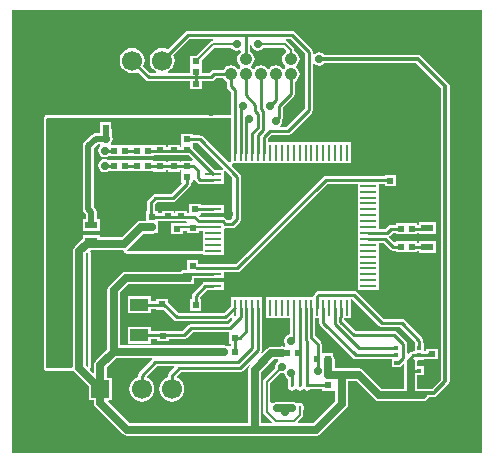
<source format=gtl>
G04*
G04 #@! TF.GenerationSoftware,Altium Limited,Altium Designer,18.0.12 (696)*
G04*
G04 Layer_Physical_Order=1*
G04 Layer_Color=128*
%FSAX24Y24*%
%MOIN*%
G70*
G01*
G75*
%ADD17R,0.0236X0.0197*%
%ADD18R,0.0110X0.0540*%
%ADD19R,0.0540X0.0110*%
%ADD20R,0.0197X0.0236*%
%ADD21R,0.0394X0.0236*%
%ADD23R,0.0138X0.0138*%
%ADD24R,0.0610X0.0394*%
%ADD41O,0.0098X0.0197*%
%ADD42R,0.0531X0.0256*%
%ADD43C,0.0100*%
%ADD44C,0.0200*%
%ADD45C,0.0080*%
%ADD46C,0.0120*%
%ADD47C,0.0250*%
%ADD48R,0.0591X0.0591*%
%ADD49C,0.0591*%
%ADD50C,0.0669*%
%ADD51R,0.0669X0.0669*%
%ADD52C,0.0420*%
%ADD53C,0.0280*%
G36*
X038079Y023271D02*
X022400Y023271D01*
X022400Y038021D01*
X038079Y038021D01*
X038079Y023271D01*
D02*
G37*
%LPC*%
G36*
X031750Y037333D02*
X028263D01*
X028213Y037322D01*
X028170Y037294D01*
X027598Y036722D01*
X027522Y036754D01*
X027413Y036768D01*
X027305Y036754D01*
X027204Y036712D01*
X027118Y036646D01*
X027051Y036559D01*
X027009Y036458D01*
X026995Y036350D01*
X027009Y036242D01*
X027051Y036141D01*
X027118Y036054D01*
X027204Y035988D01*
X027217Y035983D01*
X027207Y035933D01*
X027018D01*
X026786Y036165D01*
X026817Y036242D01*
X026832Y036350D01*
X026817Y036458D01*
X026776Y036559D01*
X026709Y036646D01*
X026623Y036712D01*
X026522Y036754D01*
X026413Y036768D01*
X026305Y036754D01*
X026204Y036712D01*
X026118Y036646D01*
X026051Y036559D01*
X026009Y036458D01*
X025995Y036350D01*
X026009Y036242D01*
X026051Y036141D01*
X026118Y036054D01*
X026204Y035988D01*
X026305Y035946D01*
X026413Y035932D01*
X026522Y035946D01*
X026598Y035978D01*
X026870Y035706D01*
X026913Y035678D01*
X026963Y035667D01*
X028352D01*
Y035399D01*
X028748D01*
Y035667D01*
X029050D01*
X029101Y035678D01*
X029144Y035706D01*
X029205Y035767D01*
X029441D01*
X029447Y035754D01*
X029493Y035693D01*
X029554Y035647D01*
X029567Y035641D01*
Y035500D01*
X029578Y035449D01*
X029606Y035406D01*
X029697Y035315D01*
Y034532D01*
X029147D01*
X029139Y034530D01*
X029131D01*
X029123Y034527D01*
X029115Y034525D01*
X029109Y034521D01*
X029107Y034520D01*
X029050Y034509D01*
X028993Y034520D01*
X028991Y034521D01*
X028985Y034525D01*
X028977Y034527D01*
X028969Y034530D01*
X028961D01*
X028953Y034532D01*
X023550Y034532D01*
X023519Y034525D01*
X023492Y034508D01*
X023475Y034481D01*
X023468Y034450D01*
X023468Y030989D01*
X023468Y026100D01*
X023475Y026069D01*
X023492Y026042D01*
X023519Y026025D01*
X023550Y026018D01*
X024391Y026018D01*
X024391Y026018D01*
X024406Y026021D01*
X024430Y026021D01*
X024469Y026002D01*
X024502Y025952D01*
X024975Y025480D01*
Y025025D01*
X025141D01*
Y024950D01*
X025141Y024950D01*
X025157Y024870D01*
X025202Y024802D01*
X026102Y023902D01*
X026102Y023902D01*
X026170Y023857D01*
X026250Y023841D01*
X031423D01*
X031500Y023826D01*
X031577Y023841D01*
X032550D01*
X032550Y023841D01*
X032630Y023857D01*
X032698Y023902D01*
X033548Y024752D01*
X033548Y024752D01*
X033593Y024820D01*
X033609Y024900D01*
X033609Y024900D01*
Y025668D01*
X033886D01*
X034502Y025052D01*
X034502Y025052D01*
X034570Y025007D01*
X034650Y024991D01*
X036100D01*
X036180Y025007D01*
X036248Y025052D01*
X036293Y025120D01*
X036295Y025127D01*
X036466D01*
X036466Y025127D01*
X036521Y025138D01*
X036567Y025169D01*
X036951Y025553D01*
X036951Y025553D01*
X036982Y025599D01*
X036993Y025654D01*
X036993Y025654D01*
Y035500D01*
X036993Y035500D01*
X036982Y035555D01*
X036951Y035601D01*
X036951Y035601D01*
X036051Y036501D01*
X036005Y036532D01*
X035950Y036543D01*
X035950Y036543D01*
X032819D01*
X032809Y036559D01*
X032736Y036607D01*
X032650Y036624D01*
X032564Y036607D01*
X032491Y036559D01*
X032483Y036545D01*
X032433Y036561D01*
Y036650D01*
X032422Y036701D01*
X032394Y036744D01*
X031844Y037294D01*
X031801Y037322D01*
X031750Y037333D01*
D02*
G37*
%LPD*%
G36*
X036707Y035441D02*
Y025713D01*
X036407Y025413D01*
X036170D01*
X036170Y025413D01*
X036126Y025404D01*
X036100Y025409D01*
X035909D01*
Y025867D01*
X036133D01*
Y026165D01*
X035909D01*
Y026300D01*
X035901Y026340D01*
X035933Y026379D01*
X036133D01*
Y026395D01*
X036202D01*
Y026394D01*
X036280D01*
X036316Y026387D01*
X036416D01*
X036452Y026394D01*
X036598D01*
Y026751D01*
X036202D01*
Y026660D01*
X036133D01*
Y026933D01*
X036116D01*
Y027016D01*
X036106Y027067D01*
X036078Y027110D01*
X035494Y027694D01*
X035451Y027722D01*
X035400Y027733D01*
X034805D01*
X033894Y028644D01*
X033851Y028672D01*
X033800Y028683D01*
X032650D01*
X032599Y028672D01*
X032556Y028644D01*
X032492Y028580D01*
X032463Y028537D01*
X032453Y028486D01*
Y028465D01*
X030876D01*
Y027765D01*
X031676D01*
Y027220D01*
X031614Y027207D01*
X031541Y027159D01*
X031493Y027086D01*
X031476Y027000D01*
X031493Y026914D01*
X031518Y026877D01*
X031502Y026816D01*
X031486Y026807D01*
X031400Y026824D01*
X031323Y026809D01*
X031050D01*
X030970Y026793D01*
X030902Y026748D01*
X030902Y026748D01*
X030757Y026603D01*
X030719Y026635D01*
X030740Y026667D01*
X030750Y026717D01*
Y027765D01*
X030752D01*
Y028465D01*
X029695D01*
Y028167D01*
X029460Y027933D01*
X027955D01*
X027598Y028289D01*
Y028401D01*
X027202D01*
Y028344D01*
X027035D01*
Y028489D01*
X026265D01*
Y027935D01*
X027035D01*
Y028079D01*
X027202D01*
Y028044D01*
X027468D01*
X027806Y027706D01*
X027849Y027678D01*
X027900Y027667D01*
X029515D01*
X029566Y027678D01*
X029609Y027706D01*
X029651Y027749D01*
X029695Y027765D01*
X029727Y027757D01*
X029744Y027708D01*
X029607Y027571D01*
X028388D01*
X028337Y027561D01*
X028294Y027532D01*
X028083Y027321D01*
X027648D01*
Y027351D01*
X027252D01*
Y027321D01*
X027035D01*
Y027465D01*
X026265D01*
Y026911D01*
X027035D01*
Y027056D01*
X027252D01*
Y026994D01*
X027648D01*
Y027056D01*
X028138D01*
X028189Y027066D01*
X028232Y027094D01*
X028443Y027306D01*
X029602D01*
X029649Y027298D01*
X029649Y027261D01*
Y026902D01*
X029695D01*
Y026848D01*
X029528D01*
X029473Y026859D01*
X026009D01*
Y028613D01*
X026287Y028891D01*
X028277D01*
X028316Y028899D01*
X028475D01*
Y029045D01*
X028484Y029091D01*
X028765D01*
Y029089D01*
X029465D01*
Y029288D01*
X029920D01*
X029971Y029298D01*
X030014Y029327D01*
X032928Y032241D01*
X033935D01*
Y031845D01*
Y031451D01*
Y031057D01*
Y030663D01*
Y030270D01*
Y029876D01*
Y029482D01*
Y029089D01*
Y028695D01*
X034635D01*
Y029089D01*
Y029482D01*
Y029876D01*
Y030272D01*
X034790D01*
X035006Y030056D01*
X035049Y030028D01*
X035100Y030017D01*
X035194D01*
Y029952D01*
X035906D01*
Y030017D01*
X035973D01*
Y029927D01*
X036527D01*
Y030324D01*
X035973D01*
Y030283D01*
X035906D01*
Y030348D01*
X035194D01*
Y030308D01*
X035144Y030293D01*
X034984Y030454D01*
X034989Y030503D01*
X034995Y030508D01*
X035105Y030617D01*
X035194D01*
Y030552D01*
X035906D01*
Y030617D01*
X035973D01*
Y030576D01*
X036527D01*
Y030973D01*
X035973D01*
Y030883D01*
X035906D01*
Y030948D01*
X035194D01*
Y030883D01*
X035050D01*
X034999Y030872D01*
X034956Y030844D01*
X034847Y030734D01*
X034635D01*
Y031057D01*
Y031451D01*
Y031845D01*
Y032241D01*
X034844D01*
Y032152D01*
X035201D01*
Y032548D01*
X034844D01*
Y032506D01*
X034635D01*
Y032508D01*
X033935D01*
Y032506D01*
X032873D01*
X032822Y032496D01*
X032780Y032467D01*
X029866Y029553D01*
X029465D01*
Y029555D01*
X028765D01*
Y029553D01*
X028606D01*
Y029698D01*
X028249D01*
Y029356D01*
X028100D01*
X028049Y029346D01*
X028006Y029317D01*
X028001Y029309D01*
X026200D01*
X026120Y029293D01*
X026052Y029248D01*
X026052Y029248D01*
X025652Y028848D01*
X025607Y028780D01*
X025591Y028700D01*
X025591Y028700D01*
Y026737D01*
X025202Y026348D01*
X025157Y026280D01*
X025141Y026200D01*
X025141Y026200D01*
Y025970D01*
X025095Y025951D01*
X024998Y026047D01*
X024997Y026061D01*
X025008Y026109D01*
X025025Y026135D01*
X025032Y026166D01*
X025032Y029939D01*
X025025Y029970D01*
X025012Y029991D01*
X025018Y030016D01*
X025031Y030041D01*
X025704D01*
X025713Y030039D01*
X025713Y030039D01*
X026122D01*
X026127Y029992D01*
X026130Y029981D01*
X026132Y029969D01*
X026135Y029965D01*
X026136Y029962D01*
X026143Y029952D01*
X026150Y029942D01*
X026153Y029940D01*
X026156Y029937D01*
X026167Y029931D01*
X026176Y029925D01*
X026180Y029924D01*
X026184Y029922D01*
X026196Y029921D01*
X026208Y029918D01*
X028765Y029918D01*
Y029876D01*
X029465D01*
Y030270D01*
Y030728D01*
X029515Y030769D01*
X029522Y030767D01*
X029750D01*
X029801Y030778D01*
X029844Y030806D01*
X030014Y030976D01*
X030042Y031019D01*
X030053Y031070D01*
Y032480D01*
X030042Y032531D01*
X030014Y032574D01*
X029743Y032844D01*
X029741Y032858D01*
X029753Y032906D01*
X029770Y032932D01*
X029771Y032935D01*
X033705D01*
Y033635D01*
X030947D01*
Y033759D01*
X031055Y033867D01*
X031600D01*
X031651Y033878D01*
X031694Y033906D01*
X032394Y034606D01*
X032422Y034649D01*
X032433Y034700D01*
Y036239D01*
X032483Y036255D01*
X032491Y036241D01*
X032564Y036193D01*
X032650Y036176D01*
X032736Y036193D01*
X032809Y036241D01*
X032819Y036257D01*
X035891D01*
X036707Y035441D01*
D02*
G37*
G36*
X030393Y036814D02*
X030441Y036741D01*
X030514Y036693D01*
X030600Y036676D01*
X030686Y036693D01*
X030759Y036741D01*
X030783Y036778D01*
X031449D01*
X031532Y036695D01*
X031525Y036631D01*
X031493Y036607D01*
X031447Y036546D01*
X031417Y036476D01*
X031407Y036400D01*
X031417Y036324D01*
X031447Y036254D01*
X031493Y036193D01*
X031517Y036175D01*
Y036125D01*
X031493Y036107D01*
X031475Y036083D01*
X031425D01*
X031407Y036107D01*
X031346Y036153D01*
X031276Y036183D01*
X031200Y036193D01*
X031124Y036183D01*
X031054Y036153D01*
X030993Y036107D01*
X030975Y036083D01*
X030925D01*
X030907Y036107D01*
X030846Y036153D01*
X030776Y036183D01*
X030700Y036193D01*
X030624Y036183D01*
X030554Y036153D01*
X030493Y036107D01*
X030475Y036083D01*
X030425D01*
X030407Y036107D01*
X030383Y036125D01*
Y036175D01*
X030407Y036193D01*
X030453Y036254D01*
X030483Y036324D01*
X030493Y036400D01*
X030483Y036476D01*
X030453Y036546D01*
X030407Y036607D01*
X030346Y036653D01*
X030333Y036659D01*
Y036861D01*
X030383Y036866D01*
X030393Y036814D01*
D02*
G37*
G36*
X029741Y036741D02*
X029814Y036693D01*
X029900Y036676D01*
X029986Y036693D01*
X029993Y036698D01*
X030016Y036692D01*
X030044Y036671D01*
X030042Y036644D01*
X029993Y036607D01*
X029947Y036546D01*
X029917Y036476D01*
X029907Y036400D01*
X029917Y036324D01*
X029947Y036254D01*
X029993Y036193D01*
X030017Y036175D01*
Y036125D01*
X029993Y036107D01*
X029975Y036083D01*
X029925D01*
X029907Y036107D01*
X029846Y036153D01*
X029776Y036183D01*
X029700Y036193D01*
X029624Y036183D01*
X029554Y036153D01*
X029493Y036107D01*
X029447Y036046D01*
X029441Y036033D01*
X029150D01*
X029099Y036022D01*
X029056Y035994D01*
X028995Y035933D01*
X028748D01*
Y036352D01*
X029174Y036778D01*
X029717D01*
X029741Y036741D01*
D02*
G37*
G36*
X029098Y037017D02*
X029076Y037013D01*
X029036Y036987D01*
X028555Y036506D01*
X028352D01*
Y036149D01*
Y035933D01*
X027620D01*
X027610Y035983D01*
X027622Y035988D01*
X027709Y036054D01*
X027776Y036141D01*
X027817Y036242D01*
X027832Y036350D01*
X027817Y036458D01*
X027786Y036535D01*
X028318Y037067D01*
X029093D01*
X029098Y037017D01*
D02*
G37*
G36*
X032167Y036595D02*
Y034755D01*
X031545Y034133D01*
X031361D01*
X031345Y034183D01*
X031359Y034191D01*
X031407Y034264D01*
X031424Y034350D01*
X031416Y034390D01*
X031422Y034399D01*
X031433Y034450D01*
Y034795D01*
X031794Y035156D01*
X031822Y035199D01*
X031833Y035250D01*
Y035641D01*
X031846Y035647D01*
X031907Y035693D01*
X031953Y035754D01*
X031983Y035824D01*
X031993Y035900D01*
X031983Y035976D01*
X031953Y036046D01*
X031907Y036107D01*
X031883Y036125D01*
Y036175D01*
X031907Y036193D01*
X031953Y036254D01*
X031983Y036324D01*
X031993Y036400D01*
X031983Y036476D01*
X031953Y036546D01*
X031907Y036607D01*
X031846Y036653D01*
X031822Y036663D01*
Y036700D01*
X031813Y036747D01*
X031787Y036787D01*
X031587Y036987D01*
X031547Y037013D01*
X031525Y037017D01*
X031530Y037067D01*
X031695D01*
X032167Y036595D01*
D02*
G37*
G36*
X028953Y034450D02*
X028960Y034446D01*
X028960Y034446D01*
X028964Y034443D01*
X029050Y034426D01*
X029136Y034443D01*
X029140Y034446D01*
X029140Y034446D01*
X029147Y034450D01*
X029697D01*
Y033635D01*
X029695D01*
Y032966D01*
X029694Y032964D01*
X029650Y032953D01*
X029634Y032954D01*
X029632Y032955D01*
X028767Y033821D01*
X028724Y033850D01*
X028673Y033860D01*
X028448D01*
Y033906D01*
X028052D01*
Y033483D01*
X027998D01*
Y033551D01*
X027602D01*
Y033483D01*
X027548D01*
Y033551D01*
X027154D01*
X027152Y033551D01*
Y033551D01*
X027106Y033548D01*
Y033548D01*
X026394D01*
Y033548D01*
X026356D01*
Y033548D01*
X025734D01*
X025721Y033571D01*
X025713Y033598D01*
X025757Y033664D01*
X025774Y033750D01*
X025757Y033836D01*
X025734Y033871D01*
Y034051D01*
X025720Y034122D01*
X025706Y034142D01*
Y034299D01*
X025349D01*
Y033934D01*
X025200D01*
X025130Y033920D01*
X025070Y033880D01*
X024820Y033630D01*
X024780Y033570D01*
X024766Y033500D01*
Y031400D01*
X024780Y031330D01*
X024820Y031270D01*
X024866Y031224D01*
Y031082D01*
X024773D01*
Y030685D01*
X025327D01*
Y031082D01*
X025234D01*
Y031300D01*
X025220Y031370D01*
X025180Y031430D01*
X025134Y031476D01*
Y033424D01*
X025276Y033566D01*
X025338D01*
X025353Y033516D01*
X025341Y033509D01*
X025293Y033436D01*
X025276Y033350D01*
X025293Y033264D01*
X025341Y033191D01*
X025414Y033143D01*
X025500Y033126D01*
X025586Y033143D01*
X025619Y033165D01*
X025644Y033152D01*
Y033152D01*
X026356D01*
Y033152D01*
X026394D01*
Y033152D01*
X027106D01*
Y033185D01*
X027152Y033194D01*
Y033194D01*
X027548D01*
Y033217D01*
X027602D01*
Y033194D01*
X027998D01*
Y033217D01*
X028052D01*
Y033194D01*
X028303D01*
X028442Y033056D01*
X028421Y033006D01*
X028052D01*
Y032983D01*
X027998D01*
Y033006D01*
X027602D01*
Y032983D01*
X027548D01*
Y033006D01*
X027152D01*
Y033006D01*
X027106Y033015D01*
Y033048D01*
X026394D01*
Y033048D01*
X026356D01*
Y033048D01*
X025644D01*
Y033048D01*
X025619Y033035D01*
X025586Y033057D01*
X025500Y033074D01*
X025414Y033057D01*
X025341Y033009D01*
X025293Y032936D01*
X025276Y032850D01*
X025293Y032764D01*
X025341Y032691D01*
X025414Y032643D01*
X025500Y032626D01*
X025586Y032643D01*
X025619Y032665D01*
X025644Y032652D01*
Y032652D01*
X026356D01*
Y032652D01*
X026394D01*
Y032652D01*
X027106D01*
Y032652D01*
X027152Y032649D01*
Y032649D01*
X027154Y032649D01*
X027548D01*
Y032717D01*
X027602D01*
Y032649D01*
X027998D01*
Y032717D01*
X028052D01*
Y032294D01*
X028052D01*
X028068Y032255D01*
X027715Y031903D01*
X027188D01*
X027137Y031892D01*
X027094Y031864D01*
X026936Y031706D01*
X026908Y031663D01*
X026897Y031612D01*
Y031326D01*
X026881D01*
Y031003D01*
X026694D01*
X026694Y031003D01*
X026614Y030987D01*
X026546Y030941D01*
X026062Y030457D01*
X025721D01*
X025712Y030459D01*
X025712Y030459D01*
X025327D01*
Y030530D01*
X024773D01*
Y030412D01*
X024752Y030398D01*
X024752Y030398D01*
X024502Y030148D01*
X024457Y030080D01*
X024441Y030000D01*
X024441Y030000D01*
Y026150D01*
X024391Y026100D01*
X023550Y026100D01*
X023550Y031329D01*
X023550Y034403D01*
X023597Y034450D01*
X028953Y034450D01*
D02*
G37*
G36*
X029457Y032755D02*
X029437Y032705D01*
X029167D01*
X028448Y033424D01*
Y033595D01*
X028618D01*
X029457Y032755D01*
D02*
G37*
G36*
X029750Y032463D02*
X029750Y031087D01*
X029695Y031033D01*
X029577D01*
X029521Y031089D01*
X029478Y031118D01*
X029465Y031120D01*
Y031130D01*
X028765D01*
Y031128D01*
X028687D01*
X028644Y031171D01*
X028663Y031217D01*
X028698D01*
Y031256D01*
X028765D01*
Y031254D01*
X029465D01*
Y031524D01*
X028765D01*
Y031522D01*
X028698D01*
Y031574D01*
X028302D01*
Y031283D01*
X028248D01*
Y031351D01*
X027852D01*
Y031283D01*
X027798D01*
Y031351D01*
X027402D01*
Y031283D01*
X027277D01*
Y031326D01*
X027163D01*
Y031557D01*
X027243Y031637D01*
X027770D01*
X027821Y031648D01*
X027864Y031676D01*
X028344Y032156D01*
X028372Y032199D01*
X028383Y032250D01*
X028396Y032294D01*
X028448D01*
Y032353D01*
X028498Y032368D01*
X028506Y032356D01*
X028583Y032280D01*
X028626Y032251D01*
X028677Y032241D01*
X028765D01*
Y032238D01*
X029465D01*
Y032677D01*
X029515Y032698D01*
X029750Y032463D01*
D02*
G37*
G36*
X027852Y030994D02*
X028200D01*
X028232Y030947D01*
X028227Y030934D01*
X028213Y030921D01*
X028098D01*
Y030928D01*
X027702D01*
Y030572D01*
X028098D01*
Y030676D01*
X028252D01*
Y030599D01*
X028648D01*
Y030676D01*
X028765D01*
Y030467D01*
Y030000D01*
X028073D01*
X026258Y030000D01*
X026249Y030012D01*
X026261Y030077D01*
X026296Y030100D01*
X026780Y030585D01*
X027079D01*
X027159Y030600D01*
X027181Y030615D01*
X027277D01*
Y030739D01*
X027288Y030794D01*
X027277Y030848D01*
Y031017D01*
X027402D01*
Y030994D01*
X027798D01*
Y031017D01*
X027852D01*
Y030994D01*
D02*
G37*
G36*
X034656Y027506D02*
X034699Y027478D01*
X034750Y027467D01*
X035345D01*
X035831Y026981D01*
X035835Y026933D01*
X035835D01*
Y026660D01*
X035778D01*
X035727Y026650D01*
X035684Y026622D01*
X035633Y026570D01*
X035583Y026591D01*
Y026900D01*
X035572Y026951D01*
X035544Y026994D01*
X035244Y027294D01*
X035201Y027322D01*
X035150Y027333D01*
X033859D01*
X033489Y027703D01*
Y027765D01*
X033705D01*
Y028393D01*
X033755Y028407D01*
X034656Y027506D01*
D02*
G37*
G36*
X024950Y029939D02*
X024950Y026166D01*
X024900Y026146D01*
X024859Y026187D01*
Y029913D01*
X024904Y029958D01*
X024950Y029939D01*
D02*
G37*
G36*
X031493Y025864D02*
X031541Y025791D01*
X031612Y025745D01*
Y025524D01*
X031612Y025520D01*
Y025475D01*
X031622Y025424D01*
X031651Y025382D01*
X031694Y025353D01*
X031744Y025343D01*
X031795Y025353D01*
X031837Y025382D01*
X031842Y025389D01*
X031902D01*
X031907Y025382D01*
X031950Y025353D01*
X032000Y025343D01*
X032050Y025353D01*
X032093Y025382D01*
X032098Y025389D01*
X032158D01*
X032163Y025382D01*
X032205Y025353D01*
X032256Y025343D01*
X032306Y025353D01*
X032349Y025382D01*
X032356Y025391D01*
X032752D01*
Y025344D01*
X033148D01*
Y025344D01*
X033191Y025327D01*
Y024987D01*
X032463Y024259D01*
X031953D01*
X031932Y024309D01*
X032087Y024463D01*
X032113Y024503D01*
X032122Y024550D01*
Y024680D01*
X032132Y024727D01*
Y024825D01*
X032122Y024876D01*
X032093Y024918D01*
X032050Y024947D01*
X032000Y024957D01*
X031950Y024947D01*
X031937Y024938D01*
X031889Y024921D01*
X031821Y024966D01*
X031741Y024982D01*
X031250D01*
X031170Y024966D01*
X031148Y024951D01*
X031052D01*
X031022Y024989D01*
Y025599D01*
X031357Y025934D01*
X031400Y025926D01*
X031477Y025941D01*
X031493Y025864D01*
D02*
G37*
G36*
X032650Y027617D02*
X032660Y027567D01*
X032689Y027524D01*
X033778Y026434D01*
X033821Y026405D01*
X033872Y026395D01*
X035067D01*
Y026123D01*
X035365D01*
Y026171D01*
X035376Y026178D01*
X035445Y026248D01*
X035491Y026228D01*
Y025409D01*
X034737D01*
X034121Y026025D01*
X034053Y026070D01*
X033973Y026086D01*
X033973Y026086D01*
X033201D01*
X033169Y026125D01*
X033174Y026150D01*
X033159Y026227D01*
Y026377D01*
X033143Y026457D01*
X033106Y026513D01*
Y026598D01*
X032733D01*
Y026900D01*
X032722Y026951D01*
X032694Y026994D01*
X032522Y027166D01*
Y027765D01*
X032650D01*
Y027617D01*
D02*
G37*
G36*
X031290Y026341D02*
X031241Y026309D01*
X031193Y026236D01*
X031176Y026150D01*
X031184Y026107D01*
X030813Y025737D01*
X030787Y025697D01*
X030778Y025650D01*
Y024650D01*
X030787Y024603D01*
X030813Y024563D01*
X031068Y024309D01*
X031047Y024259D01*
X030709D01*
Y025963D01*
X031137Y026391D01*
X031275D01*
X031290Y026341D01*
D02*
G37*
G36*
X027089Y026403D02*
X027090Y026391D01*
X026643Y025944D01*
X026614Y025901D01*
X026604Y025850D01*
Y025794D01*
X026528Y025762D01*
X026441Y025696D01*
X026374Y025609D01*
X026333Y025508D01*
X026318Y025400D01*
X026333Y025292D01*
X026374Y025191D01*
X026441Y025104D01*
X026528Y025038D01*
X026628Y024996D01*
X026737Y024982D01*
X026845Y024996D01*
X026946Y025038D01*
X027032Y025104D01*
X027099Y025191D01*
X027141Y025292D01*
X027155Y025400D01*
X027141Y025508D01*
X027099Y025609D01*
X027032Y025696D01*
X026946Y025762D01*
X026918Y025774D01*
X026907Y025833D01*
X027242Y026167D01*
X027801D01*
X027820Y026121D01*
X027643Y025944D01*
X027614Y025901D01*
X027604Y025850D01*
Y025794D01*
X027527Y025762D01*
X027441Y025696D01*
X027374Y025609D01*
X027333Y025508D01*
X027318Y025400D01*
X027333Y025292D01*
X027374Y025191D01*
X027441Y025104D01*
X027527Y025038D01*
X027628Y024996D01*
X027737Y024982D01*
X027845Y024996D01*
X027946Y025038D01*
X028032Y025104D01*
X028099Y025191D01*
X028141Y025292D01*
X028155Y025400D01*
X028141Y025508D01*
X028099Y025609D01*
X028032Y025696D01*
X027946Y025762D01*
X027918Y025774D01*
X027907Y025833D01*
X028042Y025967D01*
X030000D01*
X030051Y025978D01*
X030094Y026006D01*
X030306Y026218D01*
X030345Y026186D01*
X030307Y026130D01*
X030291Y026050D01*
X030291Y026050D01*
Y024259D01*
X026337D01*
X025617Y024979D01*
X025636Y025025D01*
X025725D01*
Y025775D01*
X025559D01*
Y026113D01*
X025887Y026441D01*
X027074D01*
X027089Y026403D01*
D02*
G37*
%LPC*%
G36*
X029465Y028965D02*
X028765D01*
Y028925D01*
X028763Y028924D01*
X028433Y028594D01*
X028405Y028551D01*
X028395Y028500D01*
Y028398D01*
X028349D01*
Y028002D01*
X028706D01*
Y028398D01*
X028667D01*
X028663Y028448D01*
X028910Y028695D01*
X029465D01*
Y028965D01*
D02*
G37*
%LPD*%
D17*
X027350Y033727D02*
D03*
Y033373D02*
D03*
X028250Y033727D02*
D03*
Y033373D02*
D03*
Y032827D02*
D03*
Y032473D02*
D03*
X027800Y032827D02*
D03*
Y032473D02*
D03*
X027350Y032827D02*
D03*
Y032473D02*
D03*
X027800Y033727D02*
D03*
Y033373D02*
D03*
X028550Y035577D02*
D03*
Y035223D02*
D03*
X027450Y029123D02*
D03*
Y029477D02*
D03*
X027079Y030794D02*
D03*
Y031148D02*
D03*
X028500Y031750D02*
D03*
Y031396D02*
D03*
X028050Y031527D02*
D03*
Y031173D02*
D03*
X027600Y031527D02*
D03*
Y031173D02*
D03*
X028450Y030423D02*
D03*
Y030777D02*
D03*
X027900Y030396D02*
D03*
Y030750D02*
D03*
X031250Y025127D02*
D03*
Y024773D02*
D03*
X027450Y027527D02*
D03*
Y027173D02*
D03*
X027400Y028577D02*
D03*
Y028223D02*
D03*
X028550Y035973D02*
D03*
Y036327D02*
D03*
X032950Y025523D02*
D03*
Y025877D02*
D03*
X036400Y026927D02*
D03*
Y026573D02*
D03*
X028277Y028723D02*
D03*
Y029077D02*
D03*
D18*
X029830Y033285D02*
D03*
X030027D02*
D03*
X030224D02*
D03*
X030420D02*
D03*
X030617D02*
D03*
X030814D02*
D03*
X031011D02*
D03*
X031208D02*
D03*
X031405D02*
D03*
X031602D02*
D03*
X031798D02*
D03*
X031995D02*
D03*
X032192D02*
D03*
X032389D02*
D03*
X032586D02*
D03*
X032783D02*
D03*
X032980D02*
D03*
X033176D02*
D03*
X033373D02*
D03*
X033570D02*
D03*
Y028115D02*
D03*
X033373D02*
D03*
X033176D02*
D03*
X032980D02*
D03*
X032783D02*
D03*
X032586D02*
D03*
X032389D02*
D03*
X032192D02*
D03*
X031995D02*
D03*
X031798D02*
D03*
X031602D02*
D03*
X031405D02*
D03*
X031208D02*
D03*
X031011D02*
D03*
X030814D02*
D03*
X030617D02*
D03*
X030420D02*
D03*
X030224D02*
D03*
X030027D02*
D03*
X029830D02*
D03*
D19*
X034285Y032570D02*
D03*
Y032373D02*
D03*
Y032176D02*
D03*
Y031980D02*
D03*
Y031783D02*
D03*
Y031586D02*
D03*
Y031389D02*
D03*
Y031192D02*
D03*
Y030995D02*
D03*
Y030798D02*
D03*
Y030602D02*
D03*
Y030405D02*
D03*
Y030208D02*
D03*
Y030011D02*
D03*
Y029814D02*
D03*
Y029617D02*
D03*
Y029420D02*
D03*
Y029224D02*
D03*
Y029027D02*
D03*
Y028830D02*
D03*
X029115D02*
D03*
Y029027D02*
D03*
Y029224D02*
D03*
Y029420D02*
D03*
Y029617D02*
D03*
Y029814D02*
D03*
Y030011D02*
D03*
Y030208D02*
D03*
Y030405D02*
D03*
Y030602D02*
D03*
Y030798D02*
D03*
Y030995D02*
D03*
Y031192D02*
D03*
Y031389D02*
D03*
Y031586D02*
D03*
Y031783D02*
D03*
Y031980D02*
D03*
Y032176D02*
D03*
Y032373D02*
D03*
Y032570D02*
D03*
D20*
X026927Y033350D02*
D03*
X026573D02*
D03*
X026927Y032850D02*
D03*
X026573D02*
D03*
X025823Y033350D02*
D03*
X026177D02*
D03*
X025823Y032850D02*
D03*
X026177D02*
D03*
X029827Y027100D02*
D03*
X029473D02*
D03*
X029827Y026650D02*
D03*
X029473D02*
D03*
X035727Y030750D02*
D03*
X035373D02*
D03*
X035727Y030150D02*
D03*
X035373D02*
D03*
X024946Y032201D02*
D03*
X025300D02*
D03*
X032573Y026400D02*
D03*
X032927D02*
D03*
X031927Y026600D02*
D03*
X031573D02*
D03*
X025173Y034101D02*
D03*
X025527D02*
D03*
X036077Y025550D02*
D03*
X035723D02*
D03*
X028073Y029500D02*
D03*
X028427D02*
D03*
X028173Y028200D02*
D03*
X028527D02*
D03*
X035377Y032350D02*
D03*
X035023D02*
D03*
D21*
X036250Y030774D02*
D03*
Y031326D02*
D03*
Y030126D02*
D03*
Y029574D02*
D03*
X025050Y030332D02*
D03*
Y030884D02*
D03*
D23*
X035984Y026784D02*
D03*
Y026272D02*
D03*
X035216Y026784D02*
D03*
Y026016D02*
D03*
X035984D02*
D03*
Y026528D02*
D03*
X035216Y026272D02*
D03*
Y026528D02*
D03*
D24*
X026650Y028212D02*
D03*
Y027188D02*
D03*
D41*
X031744Y024776D02*
D03*
X032000D02*
D03*
X032258D02*
D03*
X032256Y025524D02*
D03*
X032000D02*
D03*
X031744D02*
D03*
D42*
X032000Y025150D02*
D03*
D43*
X027177Y031150D02*
X028478D01*
X029750Y030900D02*
X029920Y031070D01*
X029522Y030900D02*
X029750D01*
X029427Y030995D02*
X029522Y030900D01*
X028673Y033727D02*
X029920Y032480D01*
Y031070D02*
Y032480D01*
X030700Y034736D02*
X030780Y034656D01*
Y034035D02*
Y034656D01*
X030617Y033872D02*
X030780Y034035D01*
X030520Y034662D02*
X030600Y034582D01*
Y034109D02*
Y034582D01*
X030420Y033930D02*
X030600Y034109D01*
X029830Y033285D02*
Y035370D01*
X029700Y035500D02*
X029830Y035370D01*
X029700Y035500D02*
Y035900D01*
X030027Y034777D02*
X030100Y034850D01*
X030027Y033285D02*
Y034777D01*
X030700Y034736D02*
Y035900D01*
X030520Y034662D02*
Y034880D01*
X030224Y034326D02*
X030297Y034400D01*
X029115Y030995D02*
X029427D01*
X028250Y033727D02*
X028673D01*
X027030Y031197D02*
X027079Y031148D01*
X027030Y031197D02*
Y031612D01*
X027188Y031770D01*
X027770D01*
X028250Y032250D01*
Y032473D01*
X028500Y031389D02*
X029115D01*
X028478Y031150D02*
X028632Y030995D01*
X029115D01*
X026927Y032850D02*
X028450D01*
X028677Y032373D02*
X029115D01*
X028600Y032450D02*
X028677Y032373D01*
X028600Y032450D02*
Y032700D01*
X028450Y032850D02*
X028600Y032700D01*
X026927Y033350D02*
X028227D01*
X028312Y033373D02*
X029115Y032570D01*
X028250Y033373D02*
X028312D01*
X026177Y032850D02*
X026573D01*
X026177Y033350D02*
X026573D01*
X025500D02*
X025823D01*
X025500Y032850D02*
X025823D01*
X031300Y034850D02*
X031700Y035250D01*
X031300Y034450D02*
Y034850D01*
X031200Y034350D02*
X031300Y034450D01*
X028100Y029224D02*
X029115D01*
X031750Y037200D02*
X032300Y036650D01*
X028263Y037200D02*
X031750D01*
X030200Y036400D02*
Y037155D01*
X027413Y036350D02*
X028263Y037200D01*
X026963Y035800D02*
X028550D01*
X026413Y036350D02*
X026963Y035800D01*
X028550Y035577D02*
Y035800D01*
Y035973D01*
Y035800D02*
X029050D01*
X029150Y035900D01*
X029700D01*
X029700Y035900D01*
X035100Y030150D02*
X035373D01*
X034845Y030405D02*
X035100Y030150D01*
X034285Y030405D02*
X034845D01*
X035827Y030150D02*
X036274D01*
X035727Y030750D02*
X036274D01*
X035050D02*
X035373D01*
X034902Y030602D02*
X035050Y030750D01*
X034285Y030602D02*
X034902D01*
X027737Y025400D02*
Y025850D01*
X026737Y025400D02*
Y025850D01*
X026650Y028212D02*
X027488D01*
X027900Y027800D02*
X029515D01*
X027488Y028212D02*
X027900Y027800D01*
X028527Y028200D02*
Y028500D01*
X026650Y027188D02*
X028138D01*
X028388Y027438D01*
X029515Y027800D02*
X029830Y028115D01*
X028527Y028500D02*
X028857Y028830D01*
X032600Y026000D02*
Y026900D01*
X035700Y026300D02*
Y026450D01*
X035984Y026528D02*
X036395D01*
X035709Y026016D02*
X035984D01*
X035700Y026450D02*
X035778Y026528D01*
X035984D01*
X029827Y026650D02*
Y027100D01*
X030420Y026775D02*
Y028115D01*
X029945Y026300D02*
X030420Y026775D01*
X027187Y026300D02*
X029945D01*
X030617Y026717D02*
Y028115D01*
X030000Y026100D02*
X030617Y026717D01*
X027987Y026100D02*
X030000D01*
X026737Y025850D02*
X027187Y026300D01*
X027737Y025850D02*
X027987Y026100D01*
X028540Y029437D02*
X028557Y029420D01*
X029115D01*
X032873Y032373D02*
X034285D01*
X029920Y029420D02*
X032873Y032373D01*
X029115Y029420D02*
X029920D01*
X028857Y028830D02*
X029115D01*
X034285Y032373D02*
X035000D01*
X035984Y026784D02*
Y027016D01*
X035400Y027600D02*
X035984Y027016D01*
X034750Y027600D02*
X035400D01*
X033800Y028550D02*
X034750Y027600D01*
X032650Y028550D02*
X033800D01*
X032586Y028486D02*
X032650Y028550D01*
X032586Y028115D02*
Y028486D01*
X033361Y028103D02*
X033373Y028115D01*
X033361Y027791D02*
Y028103D01*
X033356Y027786D02*
X033361Y027791D01*
X033356Y027648D02*
Y027786D01*
Y027648D02*
X033805Y027200D01*
X035150D01*
X035450Y026900D01*
Y026440D02*
Y026900D01*
X035282Y026272D02*
X035450Y026440D01*
X035216Y026272D02*
X035282D01*
X032783Y027617D02*
Y028115D01*
Y027617D02*
X033872Y026528D01*
X035216D01*
X033176Y027574D02*
Y028115D01*
Y027574D02*
X033966Y026784D01*
X035216D01*
X032300Y034700D02*
Y036650D01*
X031700Y035250D02*
Y035900D01*
X031000Y034850D02*
X031200Y035050D01*
Y035900D01*
X030224Y033285D02*
Y034326D01*
X030420Y033285D02*
Y033930D01*
X030200Y035200D02*
X030520Y034880D01*
X030617Y033285D02*
Y033872D01*
X031600Y034000D02*
X032300Y034700D01*
X031000Y034000D02*
X031600D01*
X030814Y033814D02*
X031000Y034000D01*
X030200Y035200D02*
Y035900D01*
X030814Y033285D02*
Y033814D01*
X029827Y027100D02*
X030000D01*
X030224Y027324D01*
Y028115D01*
X032192D02*
X032204Y028103D01*
Y027791D02*
Y028103D01*
Y027791D02*
X032209Y027786D01*
Y027036D02*
Y027786D01*
Y027036D02*
X032256Y026990D01*
Y025524D02*
Y026990D01*
X032389Y027111D02*
X032600Y026900D01*
X032847Y025524D02*
X032850Y025527D01*
X032256Y025524D02*
X032847D01*
X032389Y027111D02*
Y028115D01*
X031744Y025524D02*
Y025844D01*
X031995Y025529D02*
X032000Y025524D01*
X031995Y025529D02*
Y028115D01*
X030027Y027803D02*
Y028115D01*
X028388Y027438D02*
X029662D01*
X030027Y027803D01*
D44*
X024950Y031400D02*
Y033500D01*
X025050Y030884D02*
Y031300D01*
X024950Y031400D02*
X025050Y031300D01*
X025550Y033750D02*
Y034051D01*
X024950Y033500D02*
X025200Y033750D01*
X025550D01*
D45*
X031800Y024350D02*
X032000Y024550D01*
X031200Y024350D02*
X031800D01*
X030900Y024650D02*
X031200Y024350D01*
X027871Y030798D02*
X029115D01*
X028550Y036327D02*
X029123Y036900D01*
X029900D01*
X031500D02*
X031700Y036700D01*
X030600Y036900D02*
X031500D01*
X031700Y036400D02*
Y036700D01*
X030900Y024650D02*
Y025650D01*
X031400Y026150D01*
X031700Y027000D02*
X031798Y027098D01*
Y028115D01*
X032000Y024550D02*
Y024776D01*
D46*
X036316Y026530D02*
X036416D01*
X036466Y025270D02*
X036850Y025654D01*
X035950Y036400D02*
X036850Y035500D01*
Y025654D02*
Y035500D01*
X032650Y036400D02*
X035950D01*
X036170Y025270D02*
X036466D01*
X036100Y025200D02*
X036170Y025270D01*
D47*
X035700Y025200D02*
Y026300D01*
X026148Y030248D02*
X026694Y030794D01*
X026200Y029100D02*
X028277D01*
X031250Y024773D02*
X031741D01*
X025800Y028700D02*
X026200Y029100D01*
X024900Y030250D02*
X025712D01*
X024650Y030000D02*
X024900Y030250D01*
X024650Y026100D02*
Y030000D01*
X026694Y030794D02*
X027079D01*
X025713Y030248D02*
X026148D01*
X025712Y030250D02*
X025713Y030248D01*
X025350Y026200D02*
X025800Y026650D01*
X024650Y026100D02*
X025350Y025400D01*
X025800Y026650D02*
Y028700D01*
Y026650D02*
X029473D01*
X035700Y025200D02*
X036100D01*
X034650D02*
X035700D01*
X033973Y025877D02*
X034650Y025200D01*
X025350Y025400D02*
Y026200D01*
Y024950D02*
Y025400D01*
X031500Y024050D02*
X032550D01*
X030500D02*
X031500D01*
X026250D02*
X030500D01*
Y026050D01*
X025350Y024950D02*
X026250Y024050D01*
X033400Y024900D02*
Y025877D01*
X032550Y024050D02*
X033400Y024900D01*
X032950Y026150D02*
Y026377D01*
Y025877D02*
Y026150D01*
X033400Y025877D02*
X033973D01*
X032950D02*
X033400D01*
X031050Y026600D02*
X031400D01*
X030500Y026050D02*
X031050Y026600D01*
D48*
X025350Y025400D02*
D03*
D49*
X024350D02*
D03*
X024150Y033300D02*
D03*
D50*
X027413Y036350D02*
D03*
X026413Y036350D02*
D03*
X026737Y025400D02*
D03*
X027737D02*
D03*
D51*
X025400Y036350D02*
D03*
X028750Y025400D02*
D03*
D52*
X031200Y035900D02*
D03*
X029700Y035900D02*
D03*
X030200Y035900D02*
D03*
X031700D02*
D03*
X030700Y035900D02*
D03*
X029700Y036400D02*
D03*
X030200Y036400D02*
D03*
X030700Y036400D02*
D03*
X031200D02*
D03*
X031700D02*
D03*
D53*
X025850Y031250D02*
D03*
X030297Y034400D02*
D03*
X029650Y031250D02*
D03*
X025500Y033350D02*
D03*
Y032850D02*
D03*
X024800Y034250D02*
D03*
X025550Y033750D02*
D03*
X026900Y033850D02*
D03*
X028200Y030300D02*
D03*
X027600Y030350D02*
D03*
X024100Y027450D02*
D03*
X024050Y028800D02*
D03*
Y028050D02*
D03*
Y030350D02*
D03*
Y029600D02*
D03*
X032650Y036400D02*
D03*
X029900Y036900D02*
D03*
X029050Y034650D02*
D03*
X027450Y034700D02*
D03*
X025650Y034900D02*
D03*
X030400Y029300D02*
D03*
Y030850D02*
D03*
Y032400D02*
D03*
X033350Y029300D02*
D03*
Y030850D02*
D03*
Y032750D02*
D03*
X031800Y029300D02*
D03*
Y030650D02*
D03*
Y032400D02*
D03*
X032500Y037500D02*
D03*
X024850Y035400D02*
D03*
X026400D02*
D03*
X027850Y037500D02*
D03*
X029400D02*
D03*
X030950D02*
D03*
X023100Y037500D02*
D03*
X024750Y037500D02*
D03*
X026300D02*
D03*
X023100Y035956D02*
D03*
Y034411D02*
D03*
Y032867D02*
D03*
Y031322D02*
D03*
Y029778D02*
D03*
Y028233D02*
D03*
Y026689D02*
D03*
Y025144D02*
D03*
Y023600D02*
D03*
X027900D02*
D03*
X026350D02*
D03*
X024800D02*
D03*
X032550D02*
D03*
X031000D02*
D03*
X029450D02*
D03*
X037250D02*
D03*
X035650D02*
D03*
X034100D02*
D03*
X037250Y025144D02*
D03*
Y026689D02*
D03*
Y028233D02*
D03*
Y029778D02*
D03*
Y031322D02*
D03*
Y032867D02*
D03*
X034050Y034450D02*
D03*
X035600D02*
D03*
X037250Y034411D02*
D03*
X034050Y035956D02*
D03*
X035600D02*
D03*
X037250D02*
D03*
Y037500D02*
D03*
X035600Y037500D02*
D03*
X034050D02*
D03*
X032300Y025150D02*
D03*
X032000D02*
D03*
X031700D02*
D03*
X031500Y024050D02*
D03*
Y024650D02*
D03*
X030600Y036900D02*
D03*
X027900Y028200D02*
D03*
X031250Y025400D02*
D03*
X027450Y027850D02*
D03*
X027750Y028600D02*
D03*
X025400Y027050D02*
D03*
X025650Y029300D02*
D03*
X036300Y026250D02*
D03*
X035600Y032300D02*
D03*
X036350Y025550D02*
D03*
X036400Y027200D02*
D03*
X034900Y026000D02*
D03*
X029600Y029050D02*
D03*
X027581Y032176D02*
D03*
X029600Y031900D02*
D03*
X028200Y031800D02*
D03*
X027300Y031500D02*
D03*
X024600Y031150D02*
D03*
X024500Y032350D02*
D03*
X025750Y032200D02*
D03*
X023850Y032350D02*
D03*
X023800Y034250D02*
D03*
X032300Y024450D02*
D03*
X031700Y025950D02*
D03*
Y027000D02*
D03*
X031400Y026150D02*
D03*
X032950D02*
D03*
X031400Y026600D02*
D03*
X028550Y034900D02*
D03*
X031200Y034350D02*
D03*
X031000Y034850D02*
D03*
X030100D02*
D03*
X029150Y027100D02*
D03*
X032600Y026000D02*
D03*
X027750Y029500D02*
D03*
X029550Y029750D02*
D03*
X030800Y028600D02*
D03*
X034650Y032650D02*
D03*
M02*

</source>
